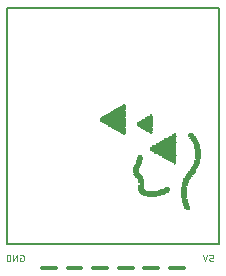
<source format=gbr>
G04 EAGLE Gerber X2 export*
%TF.Part,Single*%
%TF.FileFunction,Legend,Bot,1*%
%TF.FilePolarity,Positive*%
%TF.GenerationSoftware,Autodesk,EAGLE,9.0.0*%
%TF.CreationDate,2018-04-23T14:01:41Z*%
G75*
%MOMM*%
%FSLAX34Y34*%
%LPD*%
%AMOC8*
5,1,8,0,0,1.08239X$1,22.5*%
G01*
%ADD10C,0.304800*%
%ADD11R,0.300000X0.060000*%
%ADD12R,0.420000X0.060000*%
%ADD13R,0.480000X0.060000*%
%ADD14R,0.540000X0.060000*%
%ADD15R,0.900000X0.060000*%
%ADD16R,1.440000X0.060000*%
%ADD17R,1.740000X0.060000*%
%ADD18R,1.980000X0.060000*%
%ADD19R,2.160000X0.060000*%
%ADD20R,2.340000X0.060000*%
%ADD21R,2.520000X0.060000*%
%ADD22R,2.580000X0.060000*%
%ADD23R,1.020000X0.060000*%
%ADD24R,0.660000X0.060000*%
%ADD25R,0.780000X0.060000*%
%ADD26R,0.360000X0.060000*%
%ADD27R,0.600000X0.060000*%
%ADD28R,0.060000X0.060000*%
%ADD29R,0.240000X0.060000*%
%ADD30R,0.720000X0.060000*%
%ADD31R,0.840000X0.060000*%
%ADD32R,0.960000X0.060000*%
%ADD33R,1.080000X0.060000*%
%ADD34R,1.140000X0.060000*%
%ADD35R,1.260000X0.060000*%
%ADD36R,1.380000X0.060000*%
%ADD37R,0.180000X0.060000*%
%ADD38R,1.560000X0.060000*%
%ADD39R,1.680000X0.060000*%
%ADD40R,1.800000X0.060000*%
%ADD41R,1.860000X0.060000*%
%ADD42R,2.100000X0.060000*%
%ADD43R,2.220000X0.060000*%
%ADD44R,1.200000X0.060000*%
%ADD45R,1.320000X0.060000*%
%ADD46R,2.040000X0.060000*%
%ADD47R,1.920000X0.060000*%
%ADD48R,0.120000X0.060000*%
%ADD49R,1.620000X0.060000*%
%ADD50R,1.500000X0.060000*%
%ADD51C,0.203200*%
%ADD52C,0.101600*%


D10*
X60000Y100000D02*
X71667Y100000D01*
X81667Y100000D02*
X93333Y100000D01*
X103333Y100000D02*
X115000Y100000D01*
X125000Y100000D02*
X136667Y100000D01*
X146667Y100000D02*
X158333Y100000D01*
X168333Y100000D02*
X180000Y100000D01*
D11*
X183400Y148600D03*
D12*
X183400Y149200D03*
D13*
X183100Y149800D03*
X183100Y150400D03*
D14*
X182800Y151000D03*
D13*
X182500Y151600D03*
D14*
X182200Y152200D03*
D13*
X181900Y152800D03*
X181900Y153400D03*
D14*
X181600Y154000D03*
D13*
X181300Y154600D03*
X181300Y155200D03*
X180700Y155800D03*
X180700Y156400D03*
X180700Y157000D03*
X180700Y157600D03*
D12*
X180400Y158200D03*
D13*
X180100Y158800D03*
X180100Y159400D03*
X180100Y160000D03*
D15*
X152800Y160000D03*
D13*
X180100Y160600D03*
D16*
X153100Y160600D03*
D13*
X180100Y161200D03*
D17*
X153400Y161200D03*
D13*
X180100Y161800D03*
D18*
X154000Y161800D03*
D13*
X180100Y162400D03*
D19*
X154300Y162400D03*
D13*
X180100Y163000D03*
D20*
X154600Y163000D03*
D13*
X180100Y163600D03*
D21*
X154900Y163600D03*
D13*
X180100Y164200D03*
D22*
X155200Y164200D03*
D13*
X180100Y164800D03*
D23*
X163000Y164800D03*
D24*
X145000Y164800D03*
D13*
X180100Y165400D03*
D25*
X164200Y165400D03*
D14*
X144400Y165400D03*
D13*
X180100Y166000D03*
D24*
X164800Y166000D03*
D13*
X144100Y166000D03*
X180100Y166600D03*
D14*
X165400Y166600D03*
D13*
X144100Y166600D03*
X180100Y167200D03*
D26*
X165700Y167200D03*
D13*
X144100Y167200D03*
X180100Y167800D03*
X144100Y167800D03*
D12*
X180400Y168400D03*
D13*
X144100Y168400D03*
X180700Y169000D03*
X144100Y169000D03*
X180700Y169600D03*
D12*
X144400Y169600D03*
D13*
X180700Y170200D03*
D12*
X144400Y170200D03*
D13*
X181300Y170800D03*
D12*
X144400Y170800D03*
D13*
X181300Y171400D03*
D12*
X144400Y171400D03*
D14*
X181600Y172000D03*
D13*
X144100Y172000D03*
X181900Y172600D03*
X144100Y172600D03*
D14*
X182200Y173200D03*
D13*
X144100Y173200D03*
D14*
X182200Y173800D03*
X143800Y173800D03*
X182800Y174400D03*
D13*
X143500Y174400D03*
D27*
X183100Y175000D03*
D14*
X143200Y175000D03*
X183400Y175600D03*
X142600Y175600D03*
X184000Y176200D03*
D27*
X142300Y176200D03*
X184300Y176800D03*
X141700Y176800D03*
D14*
X184600Y177400D03*
D24*
X141400Y177400D03*
D14*
X185200Y178000D03*
D24*
X140800Y178000D03*
D27*
X185500Y178600D03*
X140500Y178600D03*
X186100Y179200D03*
D14*
X140200Y179200D03*
X186400Y179800D03*
X139600Y179800D03*
D27*
X186700Y180400D03*
D13*
X139300Y180400D03*
D27*
X187300Y181000D03*
D13*
X139300Y181000D03*
D14*
X187600Y181600D03*
D13*
X139300Y181600D03*
D14*
X188200Y182200D03*
D13*
X139300Y182200D03*
D14*
X188200Y182800D03*
X139600Y182800D03*
X188800Y183400D03*
D13*
X139900Y183400D03*
D14*
X188800Y184000D03*
D13*
X139900Y184000D03*
D14*
X189400Y184600D03*
X140200Y184600D03*
D13*
X189700Y185200D03*
X140500Y185200D03*
D14*
X190000Y185800D03*
X140800Y185800D03*
D13*
X190300Y186400D03*
X141100Y186400D03*
D14*
X190600Y187000D03*
D28*
X172600Y187000D03*
D14*
X141400Y187000D03*
D13*
X190900Y187600D03*
D29*
X172300Y187600D03*
D13*
X141700Y187600D03*
X190900Y188200D03*
D11*
X172000Y188200D03*
D13*
X141700Y188200D03*
D14*
X191200Y188800D03*
D12*
X171400Y188800D03*
D13*
X142300Y188800D03*
X191500Y189400D03*
D14*
X170800Y189400D03*
D13*
X142300Y189400D03*
X191500Y190000D03*
D24*
X170200Y190000D03*
D13*
X142300Y190000D03*
X191500Y190600D03*
D30*
X169900Y190600D03*
D12*
X142600Y190600D03*
X191800Y191200D03*
D31*
X169300Y191200D03*
D13*
X142900Y191200D03*
X192100Y191800D03*
D32*
X168700Y191800D03*
D13*
X142900Y191800D03*
X192100Y192400D03*
D33*
X168100Y192400D03*
D13*
X142900Y192400D03*
X192100Y193000D03*
D34*
X167800Y193000D03*
D13*
X142900Y193000D03*
X192100Y193600D03*
D35*
X167200Y193600D03*
D12*
X143200Y193600D03*
D13*
X192100Y194200D03*
D36*
X166600Y194200D03*
D26*
X142900Y194200D03*
D13*
X192100Y194800D03*
D16*
X166300Y194800D03*
D37*
X143200Y194800D03*
D13*
X192100Y195400D03*
D38*
X165700Y195400D03*
D13*
X192100Y196000D03*
D39*
X165100Y196000D03*
D13*
X192100Y196600D03*
D40*
X164500Y196600D03*
D13*
X192100Y197200D03*
D41*
X164200Y197200D03*
D13*
X192100Y197800D03*
D18*
X163600Y197800D03*
D13*
X192100Y198400D03*
D42*
X163000Y198400D03*
D13*
X192100Y199000D03*
D19*
X162700Y199000D03*
D13*
X192100Y199600D03*
D43*
X162400Y199600D03*
D12*
X191800Y200200D03*
D43*
X162400Y200200D03*
D13*
X191500Y200800D03*
D43*
X162400Y200800D03*
D13*
X191500Y201400D03*
D19*
X162700Y201400D03*
D13*
X191500Y202000D03*
D42*
X163000Y202000D03*
D13*
X190900Y202600D03*
D18*
X163600Y202600D03*
D13*
X190900Y203200D03*
D41*
X164200Y203200D03*
D13*
X190900Y203800D03*
D17*
X164800Y203800D03*
D14*
X190600Y204400D03*
D39*
X165100Y204400D03*
D13*
X190300Y205000D03*
D38*
X165700Y205000D03*
D14*
X190000Y205600D03*
D16*
X166300Y205600D03*
D13*
X189700Y206200D03*
D36*
X166600Y206200D03*
D14*
X189400Y206800D03*
D35*
X167200Y206800D03*
D14*
X188800Y207400D03*
D34*
X167800Y207400D03*
D14*
X188800Y208000D03*
D23*
X168400Y208000D03*
D14*
X188200Y208600D03*
D32*
X168700Y208600D03*
D27*
X187900Y209200D03*
D31*
X169300Y209200D03*
D14*
X187600Y209800D03*
D30*
X169900Y209800D03*
D14*
X187000Y210400D03*
D27*
X170500Y210400D03*
X186700Y211000D03*
D14*
X170800Y211000D03*
X186400Y211600D03*
D12*
X171400Y211600D03*
D13*
X186100Y212200D03*
D11*
X172000Y212200D03*
D29*
X129700Y212200D03*
D12*
X186400Y212800D03*
D37*
X172600Y212800D03*
D28*
X152800Y212800D03*
D11*
X129400Y212800D03*
D26*
X186100Y213400D03*
D29*
X152500Y213400D03*
D12*
X128800Y213400D03*
D26*
X151900Y214000D03*
D14*
X128200Y214000D03*
D12*
X151600Y214600D03*
D24*
X127600Y214600D03*
D14*
X151000Y215200D03*
D30*
X127300Y215200D03*
D24*
X150400Y215800D03*
D31*
X126700Y215800D03*
D25*
X149800Y216400D03*
D32*
X126100Y216400D03*
D31*
X149500Y217000D03*
D33*
X125500Y217000D03*
D32*
X148900Y217600D03*
D34*
X125200Y217600D03*
D33*
X148300Y218200D03*
D35*
X124600Y218200D03*
D44*
X147700Y218800D03*
D36*
X124000Y218800D03*
D35*
X147400Y219400D03*
D16*
X123700Y219400D03*
D36*
X146800Y220000D03*
D38*
X123100Y220000D03*
D36*
X146800Y220600D03*
D39*
X122500Y220600D03*
D36*
X146800Y221200D03*
D40*
X121900Y221200D03*
D36*
X146800Y221800D03*
D41*
X121600Y221800D03*
D45*
X147100Y222400D03*
D18*
X121000Y222400D03*
D44*
X147700Y223000D03*
D42*
X120400Y223000D03*
D33*
X148300Y223600D03*
D19*
X120100Y223600D03*
D23*
X148600Y224200D03*
D43*
X119800Y224200D03*
D15*
X149200Y224800D03*
D43*
X119800Y224800D03*
D25*
X149800Y225400D03*
D43*
X119800Y225400D03*
D24*
X150400Y226000D03*
D43*
X119800Y226000D03*
D27*
X150700Y226600D03*
D42*
X120400Y226600D03*
D13*
X151300Y227200D03*
D46*
X120700Y227200D03*
D26*
X151900Y227800D03*
D47*
X121300Y227800D03*
D29*
X152500Y228400D03*
D40*
X121900Y228400D03*
D48*
X152500Y229000D03*
D39*
X122500Y229000D03*
D49*
X122800Y229600D03*
D50*
X123400Y230200D03*
D36*
X124000Y230800D03*
D35*
X124600Y231400D03*
D44*
X124900Y232000D03*
D33*
X125500Y232600D03*
D32*
X126100Y233200D03*
D15*
X126400Y233800D03*
D25*
X127000Y234400D03*
D24*
X127600Y235000D03*
D14*
X128200Y235600D03*
D13*
X128500Y236200D03*
D26*
X129100Y236800D03*
D29*
X129700Y237400D03*
D28*
X130000Y238000D03*
D51*
X210000Y120000D02*
X30000Y120000D01*
X30000Y320000D01*
X210000Y320000D01*
X210000Y120000D01*
D52*
X204492Y105508D02*
X202799Y105508D01*
X202733Y105510D01*
X202668Y105516D01*
X202603Y105525D01*
X202539Y105538D01*
X202475Y105555D01*
X202413Y105576D01*
X202352Y105600D01*
X202292Y105628D01*
X202235Y105659D01*
X202179Y105694D01*
X202125Y105731D01*
X202073Y105772D01*
X202024Y105816D01*
X201978Y105862D01*
X201934Y105911D01*
X201893Y105963D01*
X201856Y106017D01*
X201821Y106072D01*
X201790Y106130D01*
X201762Y106190D01*
X201738Y106251D01*
X201717Y106313D01*
X201700Y106377D01*
X201687Y106441D01*
X201678Y106506D01*
X201672Y106571D01*
X201670Y106637D01*
X201670Y107201D01*
X201672Y107267D01*
X201678Y107332D01*
X201687Y107397D01*
X201700Y107461D01*
X201717Y107525D01*
X201738Y107587D01*
X201762Y107648D01*
X201790Y107708D01*
X201821Y107766D01*
X201856Y107821D01*
X201893Y107875D01*
X201934Y107927D01*
X201978Y107976D01*
X202024Y108022D01*
X202073Y108066D01*
X202125Y108107D01*
X202179Y108144D01*
X202235Y108179D01*
X202292Y108210D01*
X202352Y108238D01*
X202413Y108262D01*
X202475Y108283D01*
X202539Y108300D01*
X202603Y108313D01*
X202668Y108322D01*
X202733Y108328D01*
X202799Y108330D01*
X204492Y108330D01*
X204492Y110588D01*
X201670Y110588D01*
X199288Y110588D02*
X197595Y105508D01*
X195901Y110588D01*
X42516Y108330D02*
X41670Y108330D01*
X41670Y105508D01*
X43363Y105508D01*
X43429Y105510D01*
X43494Y105516D01*
X43559Y105525D01*
X43623Y105538D01*
X43687Y105555D01*
X43749Y105576D01*
X43810Y105600D01*
X43870Y105628D01*
X43928Y105659D01*
X43983Y105694D01*
X44037Y105731D01*
X44089Y105772D01*
X44138Y105816D01*
X44184Y105862D01*
X44228Y105911D01*
X44269Y105963D01*
X44306Y106017D01*
X44341Y106073D01*
X44372Y106130D01*
X44400Y106190D01*
X44424Y106251D01*
X44445Y106313D01*
X44462Y106377D01*
X44475Y106441D01*
X44484Y106506D01*
X44490Y106571D01*
X44492Y106637D01*
X44492Y109459D01*
X44490Y109525D01*
X44484Y109590D01*
X44475Y109655D01*
X44462Y109719D01*
X44445Y109783D01*
X44424Y109845D01*
X44400Y109906D01*
X44372Y109966D01*
X44341Y110024D01*
X44306Y110079D01*
X44269Y110133D01*
X44228Y110185D01*
X44184Y110234D01*
X44138Y110280D01*
X44089Y110324D01*
X44037Y110365D01*
X43983Y110402D01*
X43928Y110437D01*
X43870Y110468D01*
X43810Y110496D01*
X43749Y110520D01*
X43687Y110541D01*
X43623Y110558D01*
X43559Y110571D01*
X43494Y110580D01*
X43429Y110586D01*
X43363Y110588D01*
X41670Y110588D01*
X38640Y110588D02*
X38640Y105508D01*
X35818Y105508D02*
X38640Y110588D01*
X35818Y110588D02*
X35818Y105508D01*
X32788Y105508D02*
X32788Y110588D01*
X31377Y110588D01*
X31303Y110586D01*
X31230Y110580D01*
X31156Y110571D01*
X31084Y110557D01*
X31012Y110540D01*
X30941Y110519D01*
X30871Y110494D01*
X30803Y110466D01*
X30736Y110434D01*
X30672Y110399D01*
X30609Y110360D01*
X30548Y110319D01*
X30489Y110274D01*
X30433Y110226D01*
X30379Y110175D01*
X30328Y110121D01*
X30280Y110065D01*
X30235Y110006D01*
X30194Y109945D01*
X30155Y109883D01*
X30120Y109818D01*
X30088Y109751D01*
X30060Y109683D01*
X30035Y109613D01*
X30014Y109542D01*
X29997Y109470D01*
X29983Y109398D01*
X29974Y109324D01*
X29968Y109251D01*
X29966Y109177D01*
X29965Y109177D02*
X29965Y106919D01*
X29966Y106919D02*
X29968Y106845D01*
X29974Y106772D01*
X29983Y106698D01*
X29997Y106626D01*
X30014Y106554D01*
X30035Y106483D01*
X30060Y106413D01*
X30088Y106345D01*
X30120Y106278D01*
X30155Y106214D01*
X30194Y106151D01*
X30235Y106090D01*
X30280Y106031D01*
X30328Y105975D01*
X30379Y105921D01*
X30433Y105870D01*
X30489Y105822D01*
X30548Y105777D01*
X30609Y105736D01*
X30672Y105697D01*
X30736Y105662D01*
X30803Y105630D01*
X30871Y105602D01*
X30941Y105577D01*
X31012Y105556D01*
X31084Y105539D01*
X31156Y105525D01*
X31230Y105516D01*
X31303Y105510D01*
X31377Y105508D01*
X32788Y105508D01*
M02*

</source>
